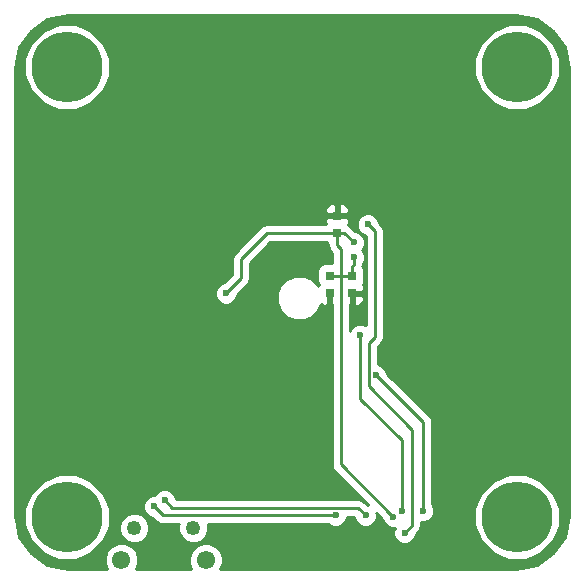
<source format=gbl>
G04 #@! TF.FileFunction,Copper,L2,Bot,Signal*
%FSLAX46Y46*%
G04 Gerber Fmt 4.6, Leading zero omitted, Abs format (unit mm)*
G04 Created by KiCad (PCBNEW 4.0.7) date 07/18/19 16:41:38*
%MOMM*%
%LPD*%
G01*
G04 APERTURE LIST*
%ADD10C,0.100000*%
%ADD11C,6.000000*%
%ADD12R,0.750000X0.800000*%
%ADD13C,1.550000*%
%ADD14C,1.250000*%
%ADD15C,0.600000*%
%ADD16C,0.250000*%
%ADD17C,0.254000*%
G04 APERTURE END LIST*
D10*
D11*
X163830000Y-119380000D03*
X125730000Y-119380000D03*
X125730000Y-81280000D03*
D12*
X147955000Y-100445000D03*
X147955000Y-98945000D03*
X149860000Y-100445000D03*
X149860000Y-98945000D03*
X148590000Y-93865000D03*
X148590000Y-95365000D03*
D13*
X137483800Y-123012200D03*
X130333800Y-123012200D03*
D14*
X131408800Y-120312200D03*
X136408800Y-120312200D03*
D11*
X163830000Y-81280000D03*
D15*
X130810000Y-116205000D03*
X132080000Y-116205000D03*
X133350000Y-116205000D03*
X134620000Y-116205000D03*
X135890000Y-116205000D03*
X137160000Y-116205000D03*
X145415000Y-123063000D03*
X139573000Y-123190000D03*
X139573000Y-121920000D03*
X145415000Y-121920000D03*
X146939000Y-93853000D03*
X145796000Y-93853000D03*
X160020000Y-121285000D03*
X159639000Y-116840000D03*
X159639000Y-118110000D03*
X160020000Y-122555000D03*
X150876000Y-102235000D03*
X149987000Y-96139000D03*
X139192000Y-100457000D03*
X153352500Y-119380000D03*
X149987000Y-97409000D03*
X148463000Y-119253000D03*
X133096000Y-118491000D03*
X151003000Y-119253000D03*
X133985000Y-117983000D03*
X155892500Y-118872000D03*
X151892000Y-107378500D03*
X150558500Y-103949500D03*
X154051000Y-118872000D03*
X151193500Y-94615000D03*
X154305000Y-120713500D03*
D16*
X145796000Y-93853000D02*
X146939000Y-93853000D01*
X146951000Y-93865000D02*
X146939000Y-93853000D01*
X146951000Y-93865000D02*
X148590000Y-93865000D01*
X148907500Y-98945000D02*
X148907500Y-96710500D01*
X148590000Y-96393000D02*
X148590000Y-95365000D01*
X148907500Y-96710500D02*
X148590000Y-96393000D01*
X148590000Y-95365000D02*
X149213000Y-95365000D01*
X149213000Y-95365000D02*
X149987000Y-96139000D01*
X139192000Y-100457000D02*
X140462000Y-99187000D01*
X140462000Y-99187000D02*
X140462000Y-97536000D01*
X140462000Y-97536000D02*
X142633000Y-95365000D01*
X142633000Y-95365000D02*
X148590000Y-95365000D01*
X148907500Y-114935000D02*
X148907500Y-98945000D01*
X153352500Y-119380000D02*
X148907500Y-114935000D01*
X149860000Y-98945000D02*
X148907500Y-98945000D01*
X148907500Y-98945000D02*
X147955000Y-98945000D01*
X149860000Y-98171000D02*
X149860000Y-98945000D01*
X149987000Y-98044000D02*
X149860000Y-98171000D01*
X149987000Y-97409000D02*
X149987000Y-98044000D01*
X133985000Y-119253000D02*
X148463000Y-119253000D01*
X133858000Y-119253000D02*
X133985000Y-119253000D01*
X133096000Y-118491000D02*
X133858000Y-119253000D01*
X136017000Y-118618000D02*
X150368000Y-118618000D01*
X150368000Y-118618000D02*
X151003000Y-119253000D01*
X134620000Y-118618000D02*
X136017000Y-118618000D01*
X133985000Y-117983000D02*
X134620000Y-118618000D01*
X155892500Y-111379000D02*
X155892500Y-118872000D01*
X151892000Y-107378500D02*
X155892500Y-111379000D01*
X150558500Y-103949500D02*
X150558500Y-109410500D01*
X150558500Y-109410500D02*
X154051000Y-112903000D01*
X154051000Y-112903000D02*
X154051000Y-118872000D01*
X151765000Y-95186500D02*
X151193500Y-94615000D01*
X151765000Y-104140000D02*
X151765000Y-95186500D01*
X151257000Y-104648000D02*
X151765000Y-104140000D01*
X151257000Y-108331000D02*
X151257000Y-104648000D01*
X154940000Y-112014000D02*
X151257000Y-108331000D01*
X154940000Y-120078500D02*
X154940000Y-112014000D01*
X154305000Y-120713500D02*
X154940000Y-120078500D01*
D17*
G36*
X165497005Y-77255498D02*
X166910221Y-78199779D01*
X167854502Y-79612997D01*
X168200000Y-81349931D01*
X168200000Y-119310069D01*
X167854502Y-121047003D01*
X166910221Y-122460221D01*
X165497005Y-123404502D01*
X163760069Y-123750000D01*
X138704164Y-123750000D01*
X138893555Y-123293897D01*
X138894045Y-122732964D01*
X138679837Y-122214542D01*
X138283544Y-121817557D01*
X137765497Y-121602445D01*
X137204564Y-121601955D01*
X136686142Y-121816163D01*
X136289157Y-122212456D01*
X136074045Y-122730503D01*
X136073555Y-123291436D01*
X136263030Y-123750000D01*
X131554164Y-123750000D01*
X131743555Y-123293897D01*
X131744045Y-122732964D01*
X131529837Y-122214542D01*
X131133544Y-121817557D01*
X130615497Y-121602445D01*
X130054564Y-121601955D01*
X129536142Y-121816163D01*
X129139157Y-122212456D01*
X128924045Y-122730503D01*
X128923555Y-123291436D01*
X129113030Y-123750000D01*
X125799931Y-123750000D01*
X124062997Y-123404502D01*
X122649779Y-122460221D01*
X121705498Y-121047005D01*
X121517102Y-120099874D01*
X122094370Y-120099874D01*
X122646600Y-121436372D01*
X123668249Y-122459806D01*
X125003782Y-123014368D01*
X126449874Y-123015630D01*
X127786372Y-122463400D01*
X128809806Y-121441751D01*
X129175222Y-120561730D01*
X130148582Y-120561730D01*
X130340001Y-121025000D01*
X130694135Y-121379753D01*
X131157071Y-121571981D01*
X131658330Y-121572418D01*
X132121600Y-121380999D01*
X132476353Y-121026865D01*
X132668581Y-120563929D01*
X132669018Y-120062670D01*
X132477599Y-119599400D01*
X132123465Y-119244647D01*
X131660529Y-119052419D01*
X131159270Y-119051982D01*
X130696000Y-119243401D01*
X130341247Y-119597535D01*
X130149019Y-120060471D01*
X130148582Y-120561730D01*
X129175222Y-120561730D01*
X129364368Y-120106218D01*
X129365616Y-118676167D01*
X132160838Y-118676167D01*
X132302883Y-119019943D01*
X132565673Y-119283192D01*
X132909201Y-119425838D01*
X132956077Y-119425879D01*
X133320599Y-119790401D01*
X133567161Y-119955148D01*
X133858000Y-120013000D01*
X135168731Y-120013000D01*
X135149019Y-120060471D01*
X135148582Y-120561730D01*
X135340001Y-121025000D01*
X135694135Y-121379753D01*
X136157071Y-121571981D01*
X136658330Y-121572418D01*
X137121600Y-121380999D01*
X137476353Y-121026865D01*
X137668581Y-120563929D01*
X137669018Y-120062670D01*
X137648495Y-120013000D01*
X147900537Y-120013000D01*
X147932673Y-120045192D01*
X148276201Y-120187838D01*
X148648167Y-120188162D01*
X148991943Y-120046117D01*
X149255192Y-119783327D01*
X149397838Y-119439799D01*
X149397892Y-119378000D01*
X150053198Y-119378000D01*
X150067878Y-119392680D01*
X150067838Y-119438167D01*
X150209883Y-119781943D01*
X150472673Y-120045192D01*
X150816201Y-120187838D01*
X151188167Y-120188162D01*
X151531943Y-120046117D01*
X151795192Y-119783327D01*
X151937838Y-119439799D01*
X151938162Y-119067833D01*
X151918891Y-119021193D01*
X152417378Y-119519680D01*
X152417338Y-119565167D01*
X152559383Y-119908943D01*
X152822173Y-120172192D01*
X153165701Y-120314838D01*
X153458030Y-120315093D01*
X153370162Y-120526701D01*
X153369838Y-120898667D01*
X153511883Y-121242443D01*
X153774673Y-121505692D01*
X154118201Y-121648338D01*
X154490167Y-121648662D01*
X154833943Y-121506617D01*
X155097192Y-121243827D01*
X155239838Y-120900299D01*
X155239879Y-120853423D01*
X155477401Y-120615901D01*
X155642148Y-120369339D01*
X155695748Y-120099874D01*
X160194370Y-120099874D01*
X160746600Y-121436372D01*
X161768249Y-122459806D01*
X163103782Y-123014368D01*
X164549874Y-123015630D01*
X165886372Y-122463400D01*
X166909806Y-121441751D01*
X167464368Y-120106218D01*
X167465630Y-118660126D01*
X166913400Y-117323628D01*
X165891751Y-116300194D01*
X164556218Y-115745632D01*
X163110126Y-115744370D01*
X161773628Y-116296600D01*
X160750194Y-117318249D01*
X160195632Y-118653782D01*
X160194370Y-120099874D01*
X155695748Y-120099874D01*
X155700000Y-120078500D01*
X155700000Y-119804471D01*
X155705701Y-119806838D01*
X156077667Y-119807162D01*
X156421443Y-119665117D01*
X156684692Y-119402327D01*
X156827338Y-119058799D01*
X156827662Y-118686833D01*
X156685617Y-118343057D01*
X156652500Y-118309882D01*
X156652500Y-111379000D01*
X156594648Y-111088161D01*
X156594648Y-111088160D01*
X156429901Y-110841599D01*
X152827122Y-107238820D01*
X152827162Y-107193333D01*
X152685117Y-106849557D01*
X152422327Y-106586308D01*
X152078799Y-106443662D01*
X152017000Y-106443608D01*
X152017000Y-104962802D01*
X152302401Y-104677401D01*
X152467147Y-104430840D01*
X152467148Y-104430839D01*
X152525000Y-104140000D01*
X152525000Y-95186500D01*
X152467148Y-94895661D01*
X152302401Y-94649099D01*
X152128622Y-94475320D01*
X152128662Y-94429833D01*
X151986617Y-94086057D01*
X151723827Y-93822808D01*
X151380299Y-93680162D01*
X151008333Y-93679838D01*
X150664557Y-93821883D01*
X150401308Y-94084673D01*
X150258662Y-94428201D01*
X150258338Y-94800167D01*
X150400383Y-95143943D01*
X150663173Y-95407192D01*
X151005000Y-95549132D01*
X151005000Y-103122500D01*
X150745299Y-103014662D01*
X150373333Y-103014338D01*
X150029557Y-103156383D01*
X149766308Y-103419173D01*
X149667500Y-103657128D01*
X149667500Y-101386750D01*
X149733000Y-101321250D01*
X149733000Y-100572000D01*
X149987000Y-100572000D01*
X149987000Y-101321250D01*
X150145750Y-101480000D01*
X150361310Y-101480000D01*
X150594699Y-101383327D01*
X150773327Y-101204698D01*
X150870000Y-100971309D01*
X150870000Y-100730750D01*
X150711250Y-100572000D01*
X149987000Y-100572000D01*
X149733000Y-100572000D01*
X149713000Y-100572000D01*
X149713000Y-100318000D01*
X149733000Y-100318000D01*
X149733000Y-100298000D01*
X149987000Y-100298000D01*
X149987000Y-100318000D01*
X150711250Y-100318000D01*
X150870000Y-100159250D01*
X150870000Y-99918691D01*
X150773327Y-99685302D01*
X150771957Y-99683932D01*
X150831431Y-99596890D01*
X150882440Y-99345000D01*
X150882440Y-98545000D01*
X150838162Y-98309683D01*
X150728157Y-98138730D01*
X150747000Y-98044000D01*
X150747000Y-97971463D01*
X150779192Y-97939327D01*
X150921838Y-97595799D01*
X150922162Y-97223833D01*
X150780117Y-96880057D01*
X150674290Y-96774046D01*
X150779192Y-96669327D01*
X150921838Y-96325799D01*
X150922162Y-95953833D01*
X150780117Y-95610057D01*
X150517327Y-95346808D01*
X150173799Y-95204162D01*
X150126923Y-95204121D01*
X149750401Y-94827599D01*
X149541237Y-94687841D01*
X149501671Y-94626354D01*
X149503327Y-94624698D01*
X149600000Y-94391309D01*
X149600000Y-94150750D01*
X149441250Y-93992000D01*
X148717000Y-93992000D01*
X148717000Y-94012000D01*
X148463000Y-94012000D01*
X148463000Y-93992000D01*
X147738750Y-93992000D01*
X147580000Y-94150750D01*
X147580000Y-94391309D01*
X147668514Y-94605000D01*
X142633000Y-94605000D01*
X142342161Y-94662852D01*
X142095599Y-94827599D01*
X139924599Y-96998599D01*
X139759852Y-97245161D01*
X139702000Y-97536000D01*
X139702000Y-98872198D01*
X139052320Y-99521878D01*
X139006833Y-99521838D01*
X138663057Y-99663883D01*
X138399808Y-99926673D01*
X138257162Y-100270201D01*
X138256838Y-100642167D01*
X138398883Y-100985943D01*
X138661673Y-101249192D01*
X139005201Y-101391838D01*
X139377167Y-101392162D01*
X139720943Y-101250117D01*
X139984192Y-100987327D01*
X140126838Y-100643799D01*
X140126879Y-100596923D01*
X140999401Y-99724401D01*
X141164148Y-99477840D01*
X141222000Y-99187000D01*
X141222000Y-97850802D01*
X142947802Y-96125000D01*
X147692069Y-96125000D01*
X147750910Y-96216441D01*
X147830000Y-96270481D01*
X147830000Y-96393000D01*
X147887852Y-96683839D01*
X148052599Y-96930401D01*
X148147500Y-97025302D01*
X148147500Y-97897560D01*
X147580000Y-97897560D01*
X147344683Y-97941838D01*
X147128559Y-98080910D01*
X146983569Y-98293110D01*
X146932560Y-98545000D01*
X146932560Y-99345000D01*
X146976838Y-99580317D01*
X147043329Y-99683646D01*
X147041673Y-99685302D01*
X146995109Y-99797718D01*
X146978957Y-99758628D01*
X146449161Y-99227907D01*
X145756595Y-98940328D01*
X145006695Y-98939674D01*
X144313628Y-99226043D01*
X143782907Y-99755839D01*
X143495328Y-100448405D01*
X143494674Y-101198305D01*
X143781043Y-101891372D01*
X144310839Y-102422093D01*
X145003405Y-102709672D01*
X145753305Y-102710326D01*
X146446372Y-102423957D01*
X146977093Y-101894161D01*
X147198332Y-101361358D01*
X147220301Y-101383327D01*
X147453690Y-101480000D01*
X147669250Y-101480000D01*
X147828000Y-101321250D01*
X147828000Y-100572000D01*
X147808000Y-100572000D01*
X147808000Y-100318000D01*
X147828000Y-100318000D01*
X147828000Y-100298000D01*
X148082000Y-100298000D01*
X148082000Y-100318000D01*
X148102000Y-100318000D01*
X148102000Y-100572000D01*
X148082000Y-100572000D01*
X148082000Y-101321250D01*
X148147500Y-101386750D01*
X148147500Y-114935000D01*
X148205352Y-115225839D01*
X148370099Y-115472401D01*
X151234366Y-118336668D01*
X151189799Y-118318162D01*
X151142923Y-118318121D01*
X150905401Y-118080599D01*
X150658839Y-117915852D01*
X150368000Y-117858000D01*
X134934802Y-117858000D01*
X134920122Y-117843320D01*
X134920162Y-117797833D01*
X134778117Y-117454057D01*
X134515327Y-117190808D01*
X134171799Y-117048162D01*
X133799833Y-117047838D01*
X133456057Y-117189883D01*
X133192808Y-117452673D01*
X133149883Y-117556046D01*
X132910833Y-117555838D01*
X132567057Y-117697883D01*
X132303808Y-117960673D01*
X132161162Y-118304201D01*
X132160838Y-118676167D01*
X129365616Y-118676167D01*
X129365630Y-118660126D01*
X128813400Y-117323628D01*
X127791751Y-116300194D01*
X126456218Y-115745632D01*
X125010126Y-115744370D01*
X123673628Y-116296600D01*
X122650194Y-117318249D01*
X122095632Y-118653782D01*
X122094370Y-120099874D01*
X121517102Y-120099874D01*
X121360000Y-119310069D01*
X121360000Y-93338691D01*
X147580000Y-93338691D01*
X147580000Y-93579250D01*
X147738750Y-93738000D01*
X148463000Y-93738000D01*
X148463000Y-92988750D01*
X148717000Y-92988750D01*
X148717000Y-93738000D01*
X149441250Y-93738000D01*
X149600000Y-93579250D01*
X149600000Y-93338691D01*
X149503327Y-93105302D01*
X149324699Y-92926673D01*
X149091310Y-92830000D01*
X148875750Y-92830000D01*
X148717000Y-92988750D01*
X148463000Y-92988750D01*
X148304250Y-92830000D01*
X148088690Y-92830000D01*
X147855301Y-92926673D01*
X147676673Y-93105302D01*
X147580000Y-93338691D01*
X121360000Y-93338691D01*
X121360000Y-81999874D01*
X122094370Y-81999874D01*
X122646600Y-83336372D01*
X123668249Y-84359806D01*
X125003782Y-84914368D01*
X126449874Y-84915630D01*
X127786372Y-84363400D01*
X128809806Y-83341751D01*
X129364368Y-82006218D01*
X129364373Y-81999874D01*
X160194370Y-81999874D01*
X160746600Y-83336372D01*
X161768249Y-84359806D01*
X163103782Y-84914368D01*
X164549874Y-84915630D01*
X165886372Y-84363400D01*
X166909806Y-83341751D01*
X167464368Y-82006218D01*
X167465630Y-80560126D01*
X166913400Y-79223628D01*
X165891751Y-78200194D01*
X164556218Y-77645632D01*
X163110126Y-77644370D01*
X161773628Y-78196600D01*
X160750194Y-79218249D01*
X160195632Y-80553782D01*
X160194370Y-81999874D01*
X129364373Y-81999874D01*
X129365630Y-80560126D01*
X128813400Y-79223628D01*
X127791751Y-78200194D01*
X126456218Y-77645632D01*
X125010126Y-77644370D01*
X123673628Y-78196600D01*
X122650194Y-79218249D01*
X122095632Y-80553782D01*
X122094370Y-81999874D01*
X121360000Y-81999874D01*
X121360000Y-81349931D01*
X121705498Y-79612995D01*
X122649779Y-78199779D01*
X124062997Y-77255498D01*
X125799931Y-76910000D01*
X163760069Y-76910000D01*
X165497005Y-77255498D01*
X165497005Y-77255498D01*
G37*
X165497005Y-77255498D02*
X166910221Y-78199779D01*
X167854502Y-79612997D01*
X168200000Y-81349931D01*
X168200000Y-119310069D01*
X167854502Y-121047003D01*
X166910221Y-122460221D01*
X165497005Y-123404502D01*
X163760069Y-123750000D01*
X138704164Y-123750000D01*
X138893555Y-123293897D01*
X138894045Y-122732964D01*
X138679837Y-122214542D01*
X138283544Y-121817557D01*
X137765497Y-121602445D01*
X137204564Y-121601955D01*
X136686142Y-121816163D01*
X136289157Y-122212456D01*
X136074045Y-122730503D01*
X136073555Y-123291436D01*
X136263030Y-123750000D01*
X131554164Y-123750000D01*
X131743555Y-123293897D01*
X131744045Y-122732964D01*
X131529837Y-122214542D01*
X131133544Y-121817557D01*
X130615497Y-121602445D01*
X130054564Y-121601955D01*
X129536142Y-121816163D01*
X129139157Y-122212456D01*
X128924045Y-122730503D01*
X128923555Y-123291436D01*
X129113030Y-123750000D01*
X125799931Y-123750000D01*
X124062997Y-123404502D01*
X122649779Y-122460221D01*
X121705498Y-121047005D01*
X121517102Y-120099874D01*
X122094370Y-120099874D01*
X122646600Y-121436372D01*
X123668249Y-122459806D01*
X125003782Y-123014368D01*
X126449874Y-123015630D01*
X127786372Y-122463400D01*
X128809806Y-121441751D01*
X129175222Y-120561730D01*
X130148582Y-120561730D01*
X130340001Y-121025000D01*
X130694135Y-121379753D01*
X131157071Y-121571981D01*
X131658330Y-121572418D01*
X132121600Y-121380999D01*
X132476353Y-121026865D01*
X132668581Y-120563929D01*
X132669018Y-120062670D01*
X132477599Y-119599400D01*
X132123465Y-119244647D01*
X131660529Y-119052419D01*
X131159270Y-119051982D01*
X130696000Y-119243401D01*
X130341247Y-119597535D01*
X130149019Y-120060471D01*
X130148582Y-120561730D01*
X129175222Y-120561730D01*
X129364368Y-120106218D01*
X129365616Y-118676167D01*
X132160838Y-118676167D01*
X132302883Y-119019943D01*
X132565673Y-119283192D01*
X132909201Y-119425838D01*
X132956077Y-119425879D01*
X133320599Y-119790401D01*
X133567161Y-119955148D01*
X133858000Y-120013000D01*
X135168731Y-120013000D01*
X135149019Y-120060471D01*
X135148582Y-120561730D01*
X135340001Y-121025000D01*
X135694135Y-121379753D01*
X136157071Y-121571981D01*
X136658330Y-121572418D01*
X137121600Y-121380999D01*
X137476353Y-121026865D01*
X137668581Y-120563929D01*
X137669018Y-120062670D01*
X137648495Y-120013000D01*
X147900537Y-120013000D01*
X147932673Y-120045192D01*
X148276201Y-120187838D01*
X148648167Y-120188162D01*
X148991943Y-120046117D01*
X149255192Y-119783327D01*
X149397838Y-119439799D01*
X149397892Y-119378000D01*
X150053198Y-119378000D01*
X150067878Y-119392680D01*
X150067838Y-119438167D01*
X150209883Y-119781943D01*
X150472673Y-120045192D01*
X150816201Y-120187838D01*
X151188167Y-120188162D01*
X151531943Y-120046117D01*
X151795192Y-119783327D01*
X151937838Y-119439799D01*
X151938162Y-119067833D01*
X151918891Y-119021193D01*
X152417378Y-119519680D01*
X152417338Y-119565167D01*
X152559383Y-119908943D01*
X152822173Y-120172192D01*
X153165701Y-120314838D01*
X153458030Y-120315093D01*
X153370162Y-120526701D01*
X153369838Y-120898667D01*
X153511883Y-121242443D01*
X153774673Y-121505692D01*
X154118201Y-121648338D01*
X154490167Y-121648662D01*
X154833943Y-121506617D01*
X155097192Y-121243827D01*
X155239838Y-120900299D01*
X155239879Y-120853423D01*
X155477401Y-120615901D01*
X155642148Y-120369339D01*
X155695748Y-120099874D01*
X160194370Y-120099874D01*
X160746600Y-121436372D01*
X161768249Y-122459806D01*
X163103782Y-123014368D01*
X164549874Y-123015630D01*
X165886372Y-122463400D01*
X166909806Y-121441751D01*
X167464368Y-120106218D01*
X167465630Y-118660126D01*
X166913400Y-117323628D01*
X165891751Y-116300194D01*
X164556218Y-115745632D01*
X163110126Y-115744370D01*
X161773628Y-116296600D01*
X160750194Y-117318249D01*
X160195632Y-118653782D01*
X160194370Y-120099874D01*
X155695748Y-120099874D01*
X155700000Y-120078500D01*
X155700000Y-119804471D01*
X155705701Y-119806838D01*
X156077667Y-119807162D01*
X156421443Y-119665117D01*
X156684692Y-119402327D01*
X156827338Y-119058799D01*
X156827662Y-118686833D01*
X156685617Y-118343057D01*
X156652500Y-118309882D01*
X156652500Y-111379000D01*
X156594648Y-111088161D01*
X156594648Y-111088160D01*
X156429901Y-110841599D01*
X152827122Y-107238820D01*
X152827162Y-107193333D01*
X152685117Y-106849557D01*
X152422327Y-106586308D01*
X152078799Y-106443662D01*
X152017000Y-106443608D01*
X152017000Y-104962802D01*
X152302401Y-104677401D01*
X152467147Y-104430840D01*
X152467148Y-104430839D01*
X152525000Y-104140000D01*
X152525000Y-95186500D01*
X152467148Y-94895661D01*
X152302401Y-94649099D01*
X152128622Y-94475320D01*
X152128662Y-94429833D01*
X151986617Y-94086057D01*
X151723827Y-93822808D01*
X151380299Y-93680162D01*
X151008333Y-93679838D01*
X150664557Y-93821883D01*
X150401308Y-94084673D01*
X150258662Y-94428201D01*
X150258338Y-94800167D01*
X150400383Y-95143943D01*
X150663173Y-95407192D01*
X151005000Y-95549132D01*
X151005000Y-103122500D01*
X150745299Y-103014662D01*
X150373333Y-103014338D01*
X150029557Y-103156383D01*
X149766308Y-103419173D01*
X149667500Y-103657128D01*
X149667500Y-101386750D01*
X149733000Y-101321250D01*
X149733000Y-100572000D01*
X149987000Y-100572000D01*
X149987000Y-101321250D01*
X150145750Y-101480000D01*
X150361310Y-101480000D01*
X150594699Y-101383327D01*
X150773327Y-101204698D01*
X150870000Y-100971309D01*
X150870000Y-100730750D01*
X150711250Y-100572000D01*
X149987000Y-100572000D01*
X149733000Y-100572000D01*
X149713000Y-100572000D01*
X149713000Y-100318000D01*
X149733000Y-100318000D01*
X149733000Y-100298000D01*
X149987000Y-100298000D01*
X149987000Y-100318000D01*
X150711250Y-100318000D01*
X150870000Y-100159250D01*
X150870000Y-99918691D01*
X150773327Y-99685302D01*
X150771957Y-99683932D01*
X150831431Y-99596890D01*
X150882440Y-99345000D01*
X150882440Y-98545000D01*
X150838162Y-98309683D01*
X150728157Y-98138730D01*
X150747000Y-98044000D01*
X150747000Y-97971463D01*
X150779192Y-97939327D01*
X150921838Y-97595799D01*
X150922162Y-97223833D01*
X150780117Y-96880057D01*
X150674290Y-96774046D01*
X150779192Y-96669327D01*
X150921838Y-96325799D01*
X150922162Y-95953833D01*
X150780117Y-95610057D01*
X150517327Y-95346808D01*
X150173799Y-95204162D01*
X150126923Y-95204121D01*
X149750401Y-94827599D01*
X149541237Y-94687841D01*
X149501671Y-94626354D01*
X149503327Y-94624698D01*
X149600000Y-94391309D01*
X149600000Y-94150750D01*
X149441250Y-93992000D01*
X148717000Y-93992000D01*
X148717000Y-94012000D01*
X148463000Y-94012000D01*
X148463000Y-93992000D01*
X147738750Y-93992000D01*
X147580000Y-94150750D01*
X147580000Y-94391309D01*
X147668514Y-94605000D01*
X142633000Y-94605000D01*
X142342161Y-94662852D01*
X142095599Y-94827599D01*
X139924599Y-96998599D01*
X139759852Y-97245161D01*
X139702000Y-97536000D01*
X139702000Y-98872198D01*
X139052320Y-99521878D01*
X139006833Y-99521838D01*
X138663057Y-99663883D01*
X138399808Y-99926673D01*
X138257162Y-100270201D01*
X138256838Y-100642167D01*
X138398883Y-100985943D01*
X138661673Y-101249192D01*
X139005201Y-101391838D01*
X139377167Y-101392162D01*
X139720943Y-101250117D01*
X139984192Y-100987327D01*
X140126838Y-100643799D01*
X140126879Y-100596923D01*
X140999401Y-99724401D01*
X141164148Y-99477840D01*
X141222000Y-99187000D01*
X141222000Y-97850802D01*
X142947802Y-96125000D01*
X147692069Y-96125000D01*
X147750910Y-96216441D01*
X147830000Y-96270481D01*
X147830000Y-96393000D01*
X147887852Y-96683839D01*
X148052599Y-96930401D01*
X148147500Y-97025302D01*
X148147500Y-97897560D01*
X147580000Y-97897560D01*
X147344683Y-97941838D01*
X147128559Y-98080910D01*
X146983569Y-98293110D01*
X146932560Y-98545000D01*
X146932560Y-99345000D01*
X146976838Y-99580317D01*
X147043329Y-99683646D01*
X147041673Y-99685302D01*
X146995109Y-99797718D01*
X146978957Y-99758628D01*
X146449161Y-99227907D01*
X145756595Y-98940328D01*
X145006695Y-98939674D01*
X144313628Y-99226043D01*
X143782907Y-99755839D01*
X143495328Y-100448405D01*
X143494674Y-101198305D01*
X143781043Y-101891372D01*
X144310839Y-102422093D01*
X145003405Y-102709672D01*
X145753305Y-102710326D01*
X146446372Y-102423957D01*
X146977093Y-101894161D01*
X147198332Y-101361358D01*
X147220301Y-101383327D01*
X147453690Y-101480000D01*
X147669250Y-101480000D01*
X147828000Y-101321250D01*
X147828000Y-100572000D01*
X147808000Y-100572000D01*
X147808000Y-100318000D01*
X147828000Y-100318000D01*
X147828000Y-100298000D01*
X148082000Y-100298000D01*
X148082000Y-100318000D01*
X148102000Y-100318000D01*
X148102000Y-100572000D01*
X148082000Y-100572000D01*
X148082000Y-101321250D01*
X148147500Y-101386750D01*
X148147500Y-114935000D01*
X148205352Y-115225839D01*
X148370099Y-115472401D01*
X151234366Y-118336668D01*
X151189799Y-118318162D01*
X151142923Y-118318121D01*
X150905401Y-118080599D01*
X150658839Y-117915852D01*
X150368000Y-117858000D01*
X134934802Y-117858000D01*
X134920122Y-117843320D01*
X134920162Y-117797833D01*
X134778117Y-117454057D01*
X134515327Y-117190808D01*
X134171799Y-117048162D01*
X133799833Y-117047838D01*
X133456057Y-117189883D01*
X133192808Y-117452673D01*
X133149883Y-117556046D01*
X132910833Y-117555838D01*
X132567057Y-117697883D01*
X132303808Y-117960673D01*
X132161162Y-118304201D01*
X132160838Y-118676167D01*
X129365616Y-118676167D01*
X129365630Y-118660126D01*
X128813400Y-117323628D01*
X127791751Y-116300194D01*
X126456218Y-115745632D01*
X125010126Y-115744370D01*
X123673628Y-116296600D01*
X122650194Y-117318249D01*
X122095632Y-118653782D01*
X122094370Y-120099874D01*
X121517102Y-120099874D01*
X121360000Y-119310069D01*
X121360000Y-93338691D01*
X147580000Y-93338691D01*
X147580000Y-93579250D01*
X147738750Y-93738000D01*
X148463000Y-93738000D01*
X148463000Y-92988750D01*
X148717000Y-92988750D01*
X148717000Y-93738000D01*
X149441250Y-93738000D01*
X149600000Y-93579250D01*
X149600000Y-93338691D01*
X149503327Y-93105302D01*
X149324699Y-92926673D01*
X149091310Y-92830000D01*
X148875750Y-92830000D01*
X148717000Y-92988750D01*
X148463000Y-92988750D01*
X148304250Y-92830000D01*
X148088690Y-92830000D01*
X147855301Y-92926673D01*
X147676673Y-93105302D01*
X147580000Y-93338691D01*
X121360000Y-93338691D01*
X121360000Y-81999874D01*
X122094370Y-81999874D01*
X122646600Y-83336372D01*
X123668249Y-84359806D01*
X125003782Y-84914368D01*
X126449874Y-84915630D01*
X127786372Y-84363400D01*
X128809806Y-83341751D01*
X129364368Y-82006218D01*
X129364373Y-81999874D01*
X160194370Y-81999874D01*
X160746600Y-83336372D01*
X161768249Y-84359806D01*
X163103782Y-84914368D01*
X164549874Y-84915630D01*
X165886372Y-84363400D01*
X166909806Y-83341751D01*
X167464368Y-82006218D01*
X167465630Y-80560126D01*
X166913400Y-79223628D01*
X165891751Y-78200194D01*
X164556218Y-77645632D01*
X163110126Y-77644370D01*
X161773628Y-78196600D01*
X160750194Y-79218249D01*
X160195632Y-80553782D01*
X160194370Y-81999874D01*
X129364373Y-81999874D01*
X129365630Y-80560126D01*
X128813400Y-79223628D01*
X127791751Y-78200194D01*
X126456218Y-77645632D01*
X125010126Y-77644370D01*
X123673628Y-78196600D01*
X122650194Y-79218249D01*
X122095632Y-80553782D01*
X122094370Y-81999874D01*
X121360000Y-81999874D01*
X121360000Y-81349931D01*
X121705498Y-79612995D01*
X122649779Y-78199779D01*
X124062997Y-77255498D01*
X125799931Y-76910000D01*
X163760069Y-76910000D01*
X165497005Y-77255498D01*
M02*

</source>
